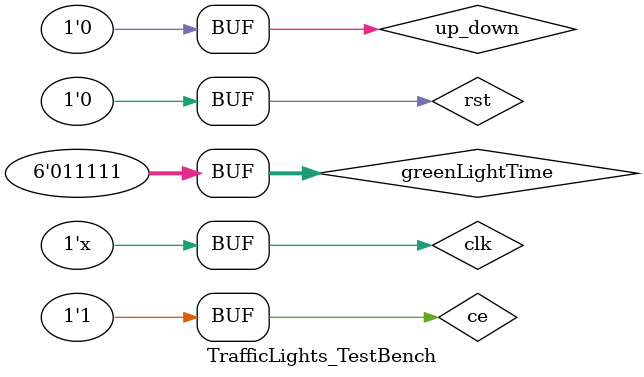
<source format=v>
`timescale 1ns / 1ps

module TrafficLights_TestBench;

    reg clk;
    reg rst;
    reg ce;
    reg up_down;
    
    wire [5:0] lights;
    wire [5:0]  counter;
    reg [5:0] greenLightTime;
    wire [6:0] timeLeftNS;
    wire [6:0] timeLeftEW;

    CounterDesign clock(clk, rst, ce, up_down, counter);
    TrafficLightsDesign trafficLights(counter,rst,ce,lights, greenLightTime, timeLeftNS, timeLeftEW);
    
    initial clk = 1'b0;
    
    always #5 clk = ~clk;
    
    initial begin 
        rst = 1'b0;
        ce = 1'b0;
        up_down = 1'b0;

        greenLightTime = 5'b11111;
        #10 rst = 1'b0;
        #1000 rst = 1'b1;
        #5 ce = 1'b1;
        #5 rst = 1'b0;
    end
endmodule

</source>
